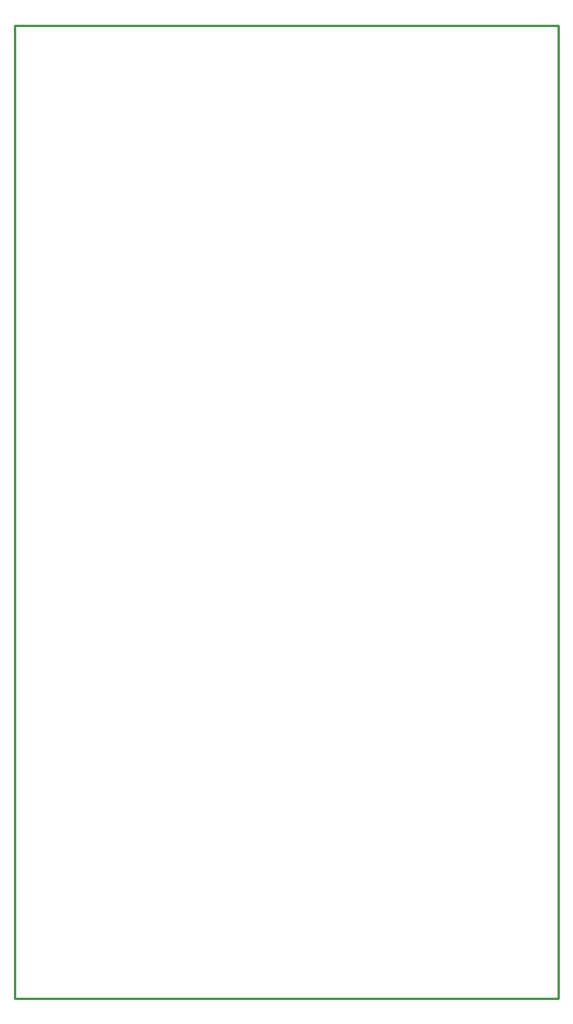
<source format=gko>
G04*
G04 #@! TF.GenerationSoftware,Altium Limited,CircuitStudio,1.5.1 (13)*
G04*
G04 Layer_Color=16720538*
%FSLAX44Y44*%
%MOMM*%
G71*
G01*
G75*
%ADD39C,0.2540*%
D39*
X254000Y254000D02*
Y1319000D01*
X849000D01*
Y254000D02*
Y1319000D01*
X254000Y254000D02*
X849000D01*
M02*

</source>
